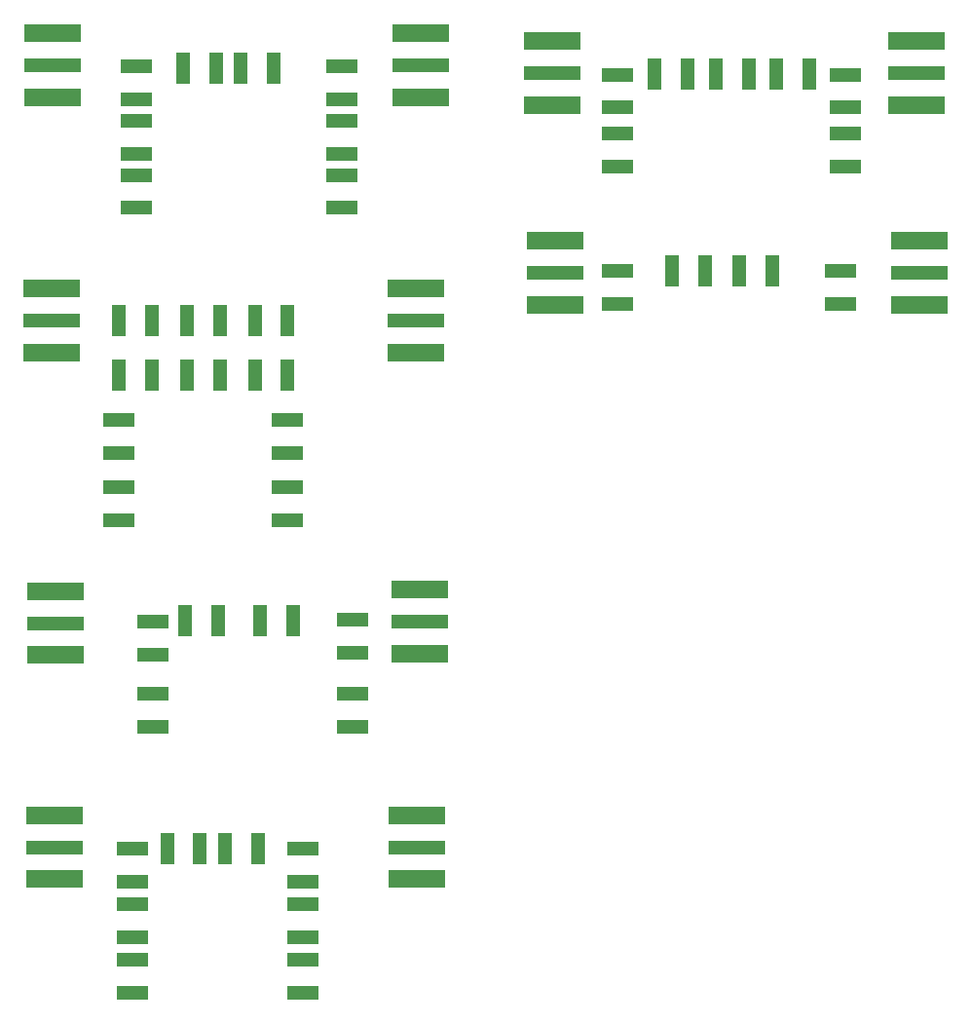
<source format=gbr>
%TF.GenerationSoftware,Altium Limited,Altium Designer,20.0.10 (225)*%
G04 Layer_Color=8421504*
%FSLAX26Y26*%
%MOIN*%
%TF.FileFunction,Paste,Top*%
%TF.Part,CustomerPanel*%
G01*
G75*
%TA.AperFunction,SMDPad,CuDef*%
%ADD10R,0.106299X0.049213*%
%ADD11R,0.049213X0.106299*%
%ADD12R,0.196850X0.062992*%
%ADD13R,0.196850X0.047244*%
%TA.AperFunction,ConnectorPad*%
%ADD16R,0.196850X0.047244*%
%ADD17R,0.196850X0.062992*%
D10*
X2339884Y3261453D02*
D03*
Y3149248D02*
D03*
Y3463579D02*
D03*
Y3351374D02*
D03*
X3119884Y3261453D02*
D03*
Y3149248D02*
D03*
Y3463579D02*
D03*
Y3351374D02*
D03*
X1431417Y1597913D02*
D03*
Y1485709D02*
D03*
Y1344540D02*
D03*
Y1232336D02*
D03*
X748032Y1344540D02*
D03*
Y1232336D02*
D03*
Y1593068D02*
D03*
Y1480863D02*
D03*
X1208307Y2283028D02*
D03*
Y2170823D02*
D03*
Y2053028D02*
D03*
Y1940823D02*
D03*
X633307Y2053028D02*
D03*
Y1940823D02*
D03*
Y2283028D02*
D03*
Y2170823D02*
D03*
X3102798Y2791295D02*
D03*
Y2679091D02*
D03*
X2340671Y2791295D02*
D03*
Y2679091D02*
D03*
X1261496Y436216D02*
D03*
Y324012D02*
D03*
Y626216D02*
D03*
Y514012D02*
D03*
Y815114D02*
D03*
Y702909D02*
D03*
X678346Y436216D02*
D03*
Y324012D02*
D03*
Y626216D02*
D03*
Y514012D02*
D03*
Y815114D02*
D03*
Y702909D02*
D03*
X1395591Y3491496D02*
D03*
Y3379291D02*
D03*
Y3305587D02*
D03*
Y3193382D02*
D03*
Y3120587D02*
D03*
Y3008382D02*
D03*
X694331Y3120587D02*
D03*
Y3008382D02*
D03*
Y3305587D02*
D03*
Y3193382D02*
D03*
Y3491496D02*
D03*
Y3379291D02*
D03*
D11*
X2579884Y3465906D02*
D03*
X2467679D02*
D03*
X2788486D02*
D03*
X2676282D02*
D03*
X2995986D02*
D03*
X2883782D02*
D03*
X1228622Y1595748D02*
D03*
X1116417D02*
D03*
X972520D02*
D03*
X860315D02*
D03*
X1210512Y2621925D02*
D03*
X1098307D02*
D03*
X1210512Y2436925D02*
D03*
X1098307D02*
D03*
X978012D02*
D03*
X865807D02*
D03*
X978012Y2621925D02*
D03*
X865807D02*
D03*
X745512Y2436925D02*
D03*
X633307D02*
D03*
X745512Y2621925D02*
D03*
X633307D02*
D03*
X2870002Y2793067D02*
D03*
X2757798D02*
D03*
X2638900D02*
D03*
X2526695D02*
D03*
X1109252Y816516D02*
D03*
X997047D02*
D03*
X910709D02*
D03*
X798504D02*
D03*
X1162008Y3484484D02*
D03*
X1049803D02*
D03*
X965158D02*
D03*
X852953D02*
D03*
D12*
X3361931Y3359508D02*
D03*
Y3577618D02*
D03*
X2114687D02*
D03*
Y3359508D02*
D03*
X416417Y1477638D02*
D03*
Y1695748D02*
D03*
X1651181Y2730980D02*
D03*
Y2512870D02*
D03*
X403937D02*
D03*
Y2730980D02*
D03*
X3373742Y2895366D02*
D03*
Y2677256D02*
D03*
X2126756D02*
D03*
Y2895366D02*
D03*
X413780Y711043D02*
D03*
Y929154D02*
D03*
X1653150Y711043D02*
D03*
Y929154D02*
D03*
X1666535Y3605536D02*
D03*
Y3387425D02*
D03*
X407480D02*
D03*
Y3605536D02*
D03*
D13*
X3361931Y3468563D02*
D03*
X2114687D02*
D03*
X416417Y1586693D02*
D03*
X1651181Y2621925D02*
D03*
X403937D02*
D03*
X3373742Y2786311D02*
D03*
X2126756D02*
D03*
X413780Y820098D02*
D03*
X1653150D02*
D03*
X1666535Y3496481D02*
D03*
X407480D02*
D03*
D16*
X1662992Y1592929D02*
D03*
D17*
Y1701984D02*
D03*
Y1483874D02*
D03*
%TF.MD5,9307a56950a0afca319ac7c55928da12*%
M02*

</source>
